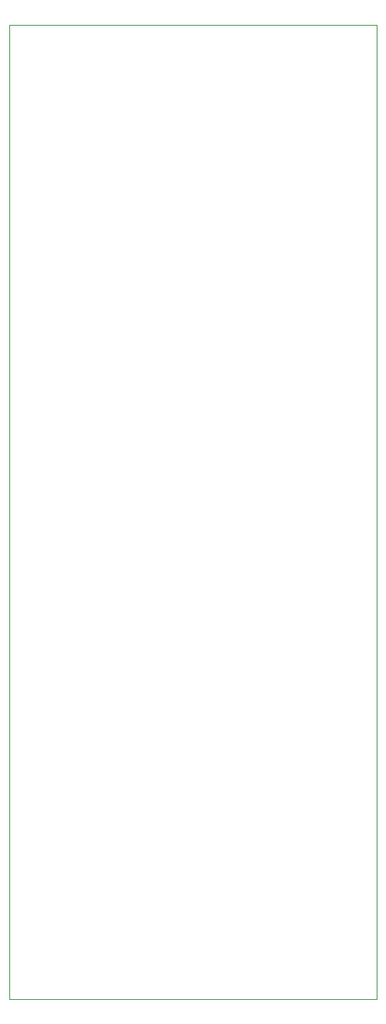
<source format=gbr>
G04 #@! TF.GenerationSoftware,KiCad,Pcbnew,(5.1.0)-1*
G04 #@! TF.CreationDate,2019-03-25T17:59:43+01:00*
G04 #@! TF.ProjectId,jvc_remote,6a76635f-7265-46d6-9f74-652e6b696361,rev?*
G04 #@! TF.SameCoordinates,Original*
G04 #@! TF.FileFunction,Profile,NP*
%FSLAX46Y46*%
G04 Gerber Fmt 4.6, Leading zero omitted, Abs format (unit mm)*
G04 Created by KiCad (PCBNEW (5.1.0)-1) date 2019-03-25 17:59:43*
%MOMM*%
%LPD*%
G04 APERTURE LIST*
%ADD10C,0.050000*%
G04 APERTURE END LIST*
D10*
X76200000Y-139700000D02*
X76200000Y-33655000D01*
X116205000Y-139700000D02*
X76200000Y-139700000D01*
X116205000Y-33655000D02*
X116205000Y-139700000D01*
X76200000Y-33655000D02*
X116205000Y-33655000D01*
M02*

</source>
